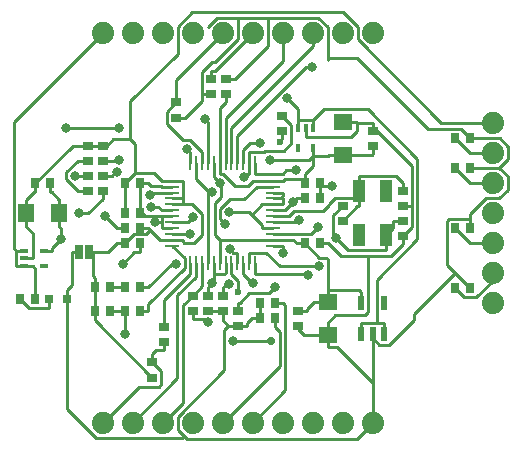
<source format=gbr>
%TF.GenerationSoftware,KiCad,Pcbnew,5.1.8-db9833491~87~ubuntu18.04.1*%
%TF.CreationDate,2020-11-08T14:36:30-03:00*%
%TF.ProjectId,DCI_TP,4443495f-5450-42e6-9b69-6361645f7063,1.0*%
%TF.SameCoordinates,Original*%
%TF.FileFunction,Copper,L1,Top*%
%TF.FilePolarity,Positive*%
%FSLAX46Y46*%
G04 Gerber Fmt 4.6, Leading zero omitted, Abs format (unit mm)*
G04 Created by KiCad (PCBNEW 5.1.8-db9833491~87~ubuntu18.04.1) date 2020-11-08 14:36:30*
%MOMM*%
%LPD*%
G01*
G04 APERTURE LIST*
%TA.AperFunction,SMDPad,CuDef*%
%ADD10R,1.100000X1.900000*%
%TD*%
%TA.AperFunction,SMDPad,CuDef*%
%ADD11R,0.400000X0.750000*%
%TD*%
%TA.AperFunction,SMDPad,CuDef*%
%ADD12R,0.750000X0.400000*%
%TD*%
%TA.AperFunction,SMDPad,CuDef*%
%ADD13R,1.143000X0.254000*%
%TD*%
%TA.AperFunction,SMDPad,CuDef*%
%ADD14R,0.254000X1.143000*%
%TD*%
%TA.AperFunction,SMDPad,CuDef*%
%ADD15R,0.550000X1.200000*%
%TD*%
%TA.AperFunction,SMDPad,CuDef*%
%ADD16R,0.700000X0.900000*%
%TD*%
%TA.AperFunction,SMDPad,CuDef*%
%ADD17R,0.900000X0.700000*%
%TD*%
%TA.AperFunction,SMDPad,CuDef*%
%ADD18R,0.800000X0.800000*%
%TD*%
%TA.AperFunction,SMDPad,CuDef*%
%ADD19R,0.635000X1.270000*%
%TD*%
%TA.AperFunction,ComponentPad*%
%ADD20C,1.879600*%
%TD*%
%TA.AperFunction,SMDPad,CuDef*%
%ADD21R,1.600000X1.400000*%
%TD*%
%TA.AperFunction,SMDPad,CuDef*%
%ADD22R,1.400000X1.600000*%
%TD*%
%TA.AperFunction,ViaPad*%
%ADD23C,0.800000*%
%TD*%
%TA.AperFunction,ViaPad*%
%ADD24C,0.600000*%
%TD*%
%TA.AperFunction,ViaPad*%
%ADD25C,0.700000*%
%TD*%
%TA.AperFunction,Conductor*%
%ADD26C,0.250000*%
%TD*%
G04 APERTURE END LIST*
D10*
%TO.P,Q1,2*%
%TO.N,N/C*%
X159811000Y-101884000D03*
%TO.P,Q1,4*%
X157511000Y-105584000D03*
%TO.P,Q1,3*%
%TO.N,Net-(C3-Pad1)*%
X157511000Y-101884000D03*
%TO.P,Q1,1*%
%TO.N,Net-(C8-Pad1)*%
X159811000Y-105584000D03*
%TD*%
D11*
%TO.P,U$12,5*%
%TO.N,/CVDD*%
X153650000Y-98208600D03*
%TO.P,U$12,4*%
%TO.N,Net-(U$12-Pad4)*%
X152350000Y-98208600D03*
%TO.P,U$12,3*%
%TO.N,/VCC*%
X152350000Y-96558600D03*
%TO.P,U$12,2*%
%TO.N,GND*%
X153000000Y-96558600D03*
%TO.P,U$12,1*%
%TO.N,/VCC*%
X153650000Y-96558600D03*
%TD*%
D12*
%TO.P,U$2,5*%
%TO.N,/AVDD*%
X130825000Y-106894000D03*
%TO.P,U$2,4*%
%TO.N,Net-(U$2-Pad4)*%
X130825000Y-108194000D03*
%TO.P,U$2,3*%
%TO.N,/VCC*%
X129175000Y-108194000D03*
%TO.P,U$2,2*%
%TO.N,/AGND*%
X129175000Y-107544000D03*
%TO.P,U$2,1*%
%TO.N,/VCC*%
X129175000Y-106894000D03*
%TD*%
D13*
%TO.P,U2,48*%
%TO.N,Net-(R13-Pad1)*%
X141711000Y-106484000D03*
%TO.P,U2,47*%
%TO.N,/AGND*%
X141711000Y-105984000D03*
%TO.P,U2,46*%
%TO.N,/LEFT*%
X141711000Y-105484000D03*
%TO.P,U2,45*%
%TO.N,/AVDD*%
X141711000Y-104984000D03*
%TO.P,U2,44*%
%TO.N,Net-(C9-Pad1)*%
X141711000Y-104484000D03*
%TO.P,U2,43*%
%TO.N,/AVDD*%
X141711000Y-103984000D03*
%TO.P,U2,42*%
%TO.N,/GBUF*%
X141711000Y-103484000D03*
%TO.P,U2,41*%
%TO.N,/AGND*%
X141711000Y-102984000D03*
%TO.P,U2,40*%
X141711000Y-102484000D03*
%TO.P,U2,39*%
%TO.N,/RIGHT*%
X141711000Y-101984000D03*
%TO.P,U2,38*%
%TO.N,/AVDD*%
X141711000Y-101484000D03*
%TO.P,U2,37*%
%TO.N,/AGND*%
X141711000Y-100984000D03*
D14*
%TO.P,U2,36*%
%TO.N,/GPIO4*%
X143211000Y-99484000D03*
%TO.P,U2,35*%
%TO.N,/PWR_FLAG*%
X143711000Y-99484000D03*
%TO.P,U2,34*%
%TO.N,/GPIO1*%
X144211000Y-99484000D03*
%TO.P,U2,33*%
%TO.N,/GPIO0*%
X144711000Y-99484000D03*
%TO.P,U2,32*%
%TO.N,/IOVDD*%
X145211000Y-99484000D03*
%TO.P,U2,31*%
%TO.N,/CVDD*%
X145711000Y-99484000D03*
%TO.P,U2,30*%
%TO.N,/SO*%
X146211000Y-99484000D03*
%TO.P,U2,29*%
%TO.N,/SI*%
X146711000Y-99484000D03*
%TO.P,U2,28*%
%TO.N,/SCLK*%
X147211000Y-99484000D03*
%TO.P,U2,27*%
%TO.N,/TX*%
X147711000Y-99484000D03*
%TO.P,U2,26*%
%TO.N,/RX*%
X148211000Y-99484000D03*
%TO.P,U2,25*%
%TO.N,/GPIO5*%
X148711000Y-99484000D03*
D13*
%TO.P,U2,24*%
%TO.N,/CVDD*%
X150211000Y-100984000D03*
%TO.P,U2,23*%
%TO.N,/CS*%
X150211000Y-101484000D03*
%TO.P,U2,22*%
%TO.N,/PWR_FLAG*%
X150211000Y-101984000D03*
%TO.P,U2,21*%
X150211000Y-102484000D03*
%TO.P,U2,20*%
X150211000Y-102984000D03*
%TO.P,U2,19*%
%TO.N,/IOVDD*%
X150211000Y-103484000D03*
%TO.P,U2,18*%
%TO.N,Net-(C3-Pad1)*%
X150211000Y-103984000D03*
%TO.P,U2,17*%
%TO.N,Net-(C8-Pad1)*%
X150211000Y-104484000D03*
%TO.P,U2,16*%
%TO.N,/PWR_FLAG*%
X150211000Y-104984000D03*
%TO.P,U2,15*%
%TO.N,/VCO*%
X150211000Y-105484000D03*
%TO.P,U2,14*%
%TO.N,/IOVDD*%
X150211000Y-105984000D03*
%TO.P,U2,13*%
%TO.N,/BSYNC*%
X150211000Y-106484000D03*
D14*
%TO.P,U2,12*%
%TO.N,/GPIO7*%
X148711000Y-107984000D03*
%TO.P,U2,11*%
%TO.N,/GPIO6*%
X148211000Y-107984000D03*
%TO.P,U2,10*%
%TO.N,/GPIO3*%
X147711000Y-107984000D03*
%TO.P,U2,9*%
%TO.N,/GPIO2*%
X147211000Y-107984000D03*
%TO.P,U2,8*%
%TO.N,/DREQ*%
X146711000Y-107984000D03*
%TO.P,U2,7*%
%TO.N,/CVDD*%
X146211000Y-107984000D03*
%TO.P,U2,6*%
%TO.N,/IOVDD*%
X145711000Y-107984000D03*
%TO.P,U2,5*%
%TO.N,/CVDD*%
X145211000Y-107984000D03*
%TO.P,U2,4*%
%TO.N,/PWR_FLAG*%
X144711000Y-107984000D03*
%TO.P,U2,3*%
%TO.N,/RESET*%
X144211000Y-107984000D03*
%TO.P,U2,2*%
%TO.N,/MICN*%
X143711000Y-107984000D03*
%TO.P,U2,1*%
%TO.N,Net-(R12-Pad1)*%
X143211000Y-107984000D03*
%TD*%
D15*
%TO.P,U1,5*%
%TO.N,/IOVDD*%
X157711000Y-111323900D03*
%TO.P,U1,4*%
%TO.N,Net-(U1-Pad4)*%
X159611000Y-111323900D03*
%TO.P,U1,3*%
%TO.N,/VCC*%
X159611000Y-113924100D03*
%TO.P,U1,2*%
%TO.N,GND*%
X158661000Y-113924100D03*
%TO.P,U1,1*%
%TO.N,/VCC*%
X157711000Y-113924100D03*
%TD*%
D16*
%TO.P,R17,2*%
%TO.N,GND*%
X166931000Y-110084000D03*
%TO.P,R17,1*%
%TO.N,/GPIO6*%
X165631000Y-110084000D03*
%TD*%
%TO.P,R16,2*%
%TO.N,GND*%
X166931000Y-105004000D03*
%TO.P,R16,1*%
%TO.N,/GPIO7*%
X165631000Y-105004000D03*
%TD*%
%TO.P,R15,2*%
%TO.N,GND*%
X166931000Y-99923600D03*
%TO.P,R15,1*%
%TO.N,/GPIO5*%
X165631000Y-99923600D03*
%TD*%
%TO.P,R14,2*%
%TO.N,GND*%
X166931000Y-97383600D03*
%TO.P,R14,1*%
%TO.N,/GPIO4*%
X165631000Y-97383600D03*
%TD*%
%TO.P,R13,1*%
%TO.N,Net-(R13-Pad1)*%
X138991000Y-112000000D03*
%TO.P,R13,2*%
%TO.N,/LINEIN*%
X137691000Y-112000000D03*
%TD*%
D17*
%TO.P,R12,1*%
%TO.N,Net-(R12-Pad1)*%
X141000000Y-113350000D03*
%TO.P,R12,2*%
%TO.N,/MICP*%
X141000000Y-114650000D03*
%TD*%
D16*
%TO.P,R11,2*%
%TO.N,GND*%
X149121000Y-112624000D03*
%TO.P,R11,1*%
%TO.N,/GPIO2*%
X150421000Y-112624000D03*
%TD*%
%TO.P,R10,2*%
%TO.N,GND*%
X149121000Y-111354000D03*
%TO.P,R10,1*%
%TO.N,/GPIO3*%
X150421000Y-111354000D03*
%TD*%
%TO.P,R9,2*%
%TO.N,Net-(C12-Pad1)*%
X137691000Y-110000000D03*
%TO.P,R9,1*%
%TO.N,/LEFT*%
X138991000Y-110000000D03*
%TD*%
%TO.P,R8,2*%
%TO.N,Net-(LED1-PadA)*%
X128801000Y-111000000D03*
%TO.P,R8,1*%
%TO.N,/VCC*%
X130101000Y-111000000D03*
%TD*%
D17*
%TO.P,R7,2*%
%TO.N,Net-(C11-Pad1)*%
X134531000Y-101844000D03*
%TO.P,R7,1*%
%TO.N,/GBUF*%
X134531000Y-100544000D03*
%TD*%
%TO.P,R6,2*%
%TO.N,Net-(C10-Pad1)*%
X135801000Y-101844000D03*
%TO.P,R6,1*%
%TO.N,/RIGHT*%
X135801000Y-100544000D03*
%TD*%
%TO.P,R5,2*%
%TO.N,/RESET*%
X143421000Y-110704000D03*
%TO.P,R5,1*%
%TO.N,/IOVDD*%
X143421000Y-112004000D03*
%TD*%
%TO.P,R4,2*%
%TO.N,GND*%
X144961000Y-93650000D03*
%TO.P,R4,1*%
%TO.N,/GPIO0*%
X144961000Y-92350000D03*
%TD*%
%TO.P,R3,2*%
%TO.N,GND*%
X142000000Y-95650000D03*
%TO.P,R3,1*%
%TO.N,/GPIO1*%
X142000000Y-94350000D03*
%TD*%
%TO.P,R2,2*%
%TO.N,/RX*%
X151000000Y-95463600D03*
%TO.P,R2,1*%
%TO.N,/IOVDD*%
X151000000Y-96763600D03*
%TD*%
%TO.P,R1,2*%
%TO.N,Net-(C8-Pad1)*%
X156121000Y-103084000D03*
%TO.P,R1,1*%
%TO.N,Net-(C3-Pad1)*%
X156121000Y-104384000D03*
%TD*%
D18*
%TO.P,LED1,A*%
%TO.N,Net-(LED1-PadA)*%
X131250000Y-111000000D03*
%TO.P,LED1,C*%
%TO.N,GND*%
X132750000Y-111000000D03*
%TD*%
D19*
%TO.P,JP4,2*%
%TO.N,/AGND*%
X134661900Y-107000000D03*
%TO.P,JP4,1*%
%TO.N,GND*%
X133838100Y-107000000D03*
%TD*%
D20*
%TO.P,JP3,7*%
%TO.N,/AGND*%
X168821000Y-96114000D03*
%TO.P,JP3,6*%
%TO.N,/GPIO4*%
X168821000Y-98654000D03*
%TO.P,JP3,5*%
%TO.N,/GPIO5*%
X168821000Y-101194000D03*
%TO.P,JP3,4*%
%TO.N,/VCO*%
X168821000Y-103734000D03*
%TO.P,JP3,3*%
%TO.N,/GPIO7*%
X168821000Y-106274000D03*
%TO.P,JP3,2*%
%TO.N,/GPIO6*%
X168821000Y-108814000D03*
%TO.P,JP3,1*%
%TO.N,/LINEIN*%
X168821000Y-111354000D03*
%TD*%
%TO.P,JP2,10*%
%TO.N,/CS*%
X158661000Y-88493600D03*
%TO.P,JP2,9*%
%TO.N,/SCLK*%
X156121000Y-88493600D03*
%TO.P,JP2,8*%
%TO.N,/SI*%
X153581000Y-88493600D03*
%TO.P,JP2,7*%
%TO.N,/SO*%
X151041000Y-88493600D03*
%TO.P,JP2,6*%
%TO.N,/GPIO0*%
X148501000Y-88493600D03*
%TO.P,JP2,5*%
%TO.N,/GPIO1*%
X145961000Y-88493600D03*
%TO.P,JP2,4*%
%TO.N,/LEFT*%
X143421000Y-88493600D03*
%TO.P,JP2,3*%
%TO.N,/GBUF*%
X140881000Y-88493600D03*
%TO.P,JP2,2*%
%TO.N,/RIGHT*%
X138341000Y-88493600D03*
%TO.P,JP2,1*%
%TO.N,/VCC*%
X135801000Y-88493600D03*
%TD*%
%TO.P,JP1,10*%
%TO.N,/MICP*%
X135801000Y-121514000D03*
%TO.P,JP1,9*%
%TO.N,/MICN*%
X138341000Y-121514000D03*
%TO.P,JP1,8*%
%TO.N,/RESET*%
X140881000Y-121514000D03*
%TO.P,JP1,7*%
%TO.N,/DREQ*%
X143421000Y-121514000D03*
%TO.P,JP1,6*%
%TO.N,/GPIO2*%
X145961000Y-121514000D03*
%TO.P,JP1,5*%
%TO.N,/GPIO3*%
X148501000Y-121514000D03*
%TO.P,JP1,4*%
%TO.N,/BSYNC*%
X151041000Y-121514000D03*
%TO.P,JP1,3*%
%TO.N,/TX*%
X153581000Y-121514000D03*
%TO.P,JP1,2*%
%TO.N,/RX*%
X156121000Y-121514000D03*
%TO.P,JP1,1*%
%TO.N,GND*%
X158661000Y-121514000D03*
%TD*%
D17*
%TO.P,C24,1*%
%TO.N,/MICP*%
X140000000Y-116350000D03*
%TO.P,C24,2*%
%TO.N,/AGND*%
X140000000Y-117650000D03*
%TD*%
D16*
%TO.P,C23,1*%
%TO.N,/LINEIN*%
X136451000Y-112000000D03*
%TO.P,C23,2*%
%TO.N,/AGND*%
X135151000Y-112000000D03*
%TD*%
%TO.P,C22,2*%
%TO.N,GND*%
X154231000Y-102464000D03*
%TO.P,C22,1*%
%TO.N,/IOVDD*%
X152931000Y-102464000D03*
%TD*%
%TO.P,C21,2*%
%TO.N,GND*%
X154231000Y-106274000D03*
%TO.P,C21,1*%
%TO.N,/IOVDD*%
X152931000Y-106274000D03*
%TD*%
D17*
%TO.P,C20,2*%
%TO.N,GND*%
X145961000Y-112004000D03*
%TO.P,C20,1*%
%TO.N,/IOVDD*%
X145961000Y-110704000D03*
%TD*%
D16*
%TO.P,C19,2*%
%TO.N,/AGND*%
X137691000Y-106274000D03*
%TO.P,C19,1*%
%TO.N,/AVDD*%
X138991000Y-106274000D03*
%TD*%
%TO.P,C18,2*%
%TO.N,/AGND*%
X137691000Y-103734000D03*
%TO.P,C18,1*%
%TO.N,/AVDD*%
X138991000Y-103734000D03*
%TD*%
%TO.P,C17,2*%
%TO.N,/AGND*%
X137691000Y-101194000D03*
%TO.P,C17,1*%
%TO.N,/AVDD*%
X138991000Y-101194000D03*
%TD*%
D17*
%TO.P,C16,2*%
%TO.N,GND*%
X146231000Y-92350000D03*
%TO.P,C16,1*%
%TO.N,/CVDD*%
X146231000Y-93650000D03*
%TD*%
D16*
%TO.P,C15,2*%
%TO.N,GND*%
X154231000Y-101194000D03*
%TO.P,C15,1*%
%TO.N,/CVDD*%
X152931000Y-101194000D03*
%TD*%
D17*
%TO.P,C14,2*%
%TO.N,GND*%
X147231000Y-113274000D03*
%TO.P,C14,1*%
%TO.N,/CVDD*%
X147231000Y-111974000D03*
%TD*%
%TO.P,C13,2*%
%TO.N,GND*%
X144691000Y-112004000D03*
%TO.P,C13,1*%
%TO.N,/CVDD*%
X144691000Y-110704000D03*
%TD*%
D16*
%TO.P,C12,1*%
%TO.N,Net-(C12-Pad1)*%
X136451000Y-110000000D03*
%TO.P,C12,2*%
%TO.N,/AGND*%
X135151000Y-110000000D03*
%TD*%
D17*
%TO.P,C11,2*%
%TO.N,/AGND*%
X134531000Y-98003600D03*
%TO.P,C11,1*%
%TO.N,Net-(C11-Pad1)*%
X134531000Y-99303600D03*
%TD*%
%TO.P,C10,2*%
%TO.N,/AGND*%
X135801000Y-98003600D03*
%TO.P,C10,1*%
%TO.N,Net-(C10-Pad1)*%
X135801000Y-99303600D03*
%TD*%
D16*
%TO.P,C9,2*%
%TO.N,/AGND*%
X138991000Y-105004000D03*
%TO.P,C9,1*%
%TO.N,Net-(C9-Pad1)*%
X137691000Y-105004000D03*
%TD*%
D17*
%TO.P,C8,2*%
%TO.N,GND*%
X161201000Y-105654000D03*
%TO.P,C8,1*%
%TO.N,Net-(C8-Pad1)*%
X161201000Y-104354000D03*
%TD*%
%TO.P,C7,2*%
%TO.N,GND*%
X158661000Y-96733600D03*
%TO.P,C7,1*%
%TO.N,/CVDD*%
X158661000Y-98033600D03*
%TD*%
D21*
%TO.P,C6,A*%
%TO.N,/IOVDD*%
X154851000Y-111224000D03*
%TO.P,C6,C*%
%TO.N,GND*%
X154851000Y-114024000D03*
%TD*%
D17*
%TO.P,C5,2*%
%TO.N,GND*%
X152311000Y-113274000D03*
%TO.P,C5,1*%
%TO.N,/IOVDD*%
X152311000Y-111974000D03*
%TD*%
D21*
%TO.P,C4,A*%
%TO.N,/CVDD*%
X156121000Y-98783600D03*
%TO.P,C4,C*%
%TO.N,GND*%
X156121000Y-95983600D03*
%TD*%
D17*
%TO.P,C3,2*%
%TO.N,GND*%
X161201000Y-103114000D03*
%TO.P,C3,1*%
%TO.N,Net-(C3-Pad1)*%
X161201000Y-101814000D03*
%TD*%
D16*
%TO.P,C2,2*%
%TO.N,/AGND*%
X130071000Y-101194000D03*
%TO.P,C2,1*%
%TO.N,/AVDD*%
X131371000Y-101194000D03*
%TD*%
D22*
%TO.P,C1,A*%
%TO.N,/AVDD*%
X132121000Y-103734000D03*
%TO.P,C1,C*%
%TO.N,/AGND*%
X129321000Y-103734000D03*
%TD*%
D23*
%TO.N,/AVDD*%
X140240000Y-104507000D03*
X137500000Y-108000000D03*
X132246000Y-105939000D03*
%TO.N,/IOVDD*%
X151946000Y-102789000D03*
X146491000Y-109733000D03*
X144687000Y-112966000D03*
X145742000Y-101173000D03*
D24*
X150842000Y-97715200D03*
D23*
%TO.N,GND*%
X155213000Y-101403000D03*
%TO.N,/CVDD*%
X145052000Y-109668000D03*
X146843000Y-114562000D03*
D25*
X150096000Y-114562000D03*
D23*
X150406000Y-109955000D03*
X149987000Y-99239100D03*
%TO.N,/LINEIN*%
X137691000Y-114000000D03*
%TO.N,/RX*%
X147814000Y-100691000D03*
%TO.N,/TX*%
X149165000Y-97824700D03*
%TO.N,/BSYNC*%
X151108000Y-107140000D03*
%TO.N,/GPIO3*%
X148501000Y-109646000D03*
%TO.N,/GPIO2*%
X146558000Y-106790000D03*
D24*
%TO.N,/DREQ*%
X147297000Y-110373000D03*
D23*
%TO.N,/CS*%
X146206000Y-104634000D03*
%TO.N,/SCLK*%
X153493000Y-91335800D03*
%TO.N,/GPIO0*%
X144464000Y-95724400D03*
%TO.N,/LEFT*%
X142000000Y-108000000D03*
X143180000Y-105484000D03*
%TO.N,/GBUF*%
X139942000Y-103177000D03*
X133475000Y-100544000D03*
%TO.N,/RIGHT*%
X136986000Y-100227000D03*
X139859000Y-102166000D03*
%TO.N,/VCC*%
X151459000Y-93981700D03*
%TO.N,/GPIO6*%
X154132000Y-108214000D03*
%TO.N,/GPIO7*%
X153187000Y-108952000D03*
%TO.N,/VCO*%
X154067000Y-104874000D03*
%TO.N,/GPIO5*%
X152203000Y-100079000D03*
%TO.N,/GPIO4*%
X142946000Y-98282400D03*
%TO.N,/PWR_FLAG*%
X146546000Y-103632000D03*
X145092000Y-101937000D03*
%TO.N,Net-(C8-Pad1)*%
X152444000Y-104317000D03*
X155548000Y-105841000D03*
%TO.N,Net-(C9-Pad1)*%
X143420000Y-104090000D03*
X136000000Y-104000000D03*
%TO.N,Net-(C10-Pad1)*%
X133822000Y-103744000D03*
X132738000Y-96525400D03*
X137186000Y-96525400D03*
X137186000Y-99205600D03*
%TD*%
D26*
%TO.N,/AVDD*%
X138991000Y-106274000D02*
X138991000Y-107049300D01*
X137500000Y-108000000D02*
X138450700Y-107049300D01*
X138450700Y-107049300D02*
X138991000Y-107049300D01*
X132121000Y-103734000D02*
X132121000Y-104859300D01*
X132246000Y-105939000D02*
X132246000Y-104984300D01*
X132246000Y-104984300D02*
X132121000Y-104859300D01*
X132121000Y-103734000D02*
X132121000Y-102609000D01*
X132121000Y-102609000D02*
X131482000Y-101969000D01*
X131482000Y-101969000D02*
X131371000Y-101969000D01*
X131371000Y-101969000D02*
X131371000Y-101194000D01*
X130825000Y-106894000D02*
X131525300Y-106894000D01*
X132246000Y-105939000D02*
X131525300Y-106659700D01*
X131525300Y-106659700D02*
X131525300Y-106894000D01*
X138991000Y-103540000D02*
X138991000Y-101194000D01*
X138991000Y-103734000D02*
X138991000Y-103540000D01*
X140814000Y-103984000D02*
X141711000Y-103984000D01*
X138991000Y-103540000D02*
X139435000Y-103984000D01*
X139435000Y-103984000D02*
X140814000Y-103984000D01*
X140814000Y-103984000D02*
X140814000Y-104507000D01*
X140240000Y-104507000D02*
X140814000Y-104507000D01*
X141711000Y-104984000D02*
X140814000Y-104984000D01*
X140814000Y-104984000D02*
X140814000Y-104507000D01*
X138991000Y-101194000D02*
X139666000Y-101194000D01*
X139666000Y-101194000D02*
X139913000Y-101440000D01*
X139913000Y-101440000D02*
X140771000Y-101440000D01*
X140771000Y-101440000D02*
X140814000Y-101484000D01*
X140814000Y-101484000D02*
X141711000Y-101484000D01*
%TO.N,/AGND*%
X137691000Y-106274000D02*
X137015700Y-106274000D01*
X137015700Y-106274000D02*
X136289700Y-107000000D01*
X136289700Y-107000000D02*
X134983300Y-107000000D01*
X139754300Y-105092300D02*
X139754300Y-105220200D01*
X139754300Y-105220200D02*
X139475800Y-105498700D01*
X139475800Y-105498700D02*
X138466300Y-105498700D01*
X138466300Y-105498700D02*
X137691000Y-106274000D01*
X135151000Y-110000000D02*
X135151000Y-109224700D01*
X134983300Y-107000000D02*
X134983300Y-109057000D01*
X134983300Y-109057000D02*
X135151000Y-109224700D01*
X134661900Y-107000000D02*
X134983300Y-107000000D01*
X135151000Y-112000000D02*
X135151000Y-110000000D01*
X135151000Y-112000000D02*
X135151000Y-112801000D01*
X135151000Y-112801000D02*
X140000000Y-117650000D01*
X141711000Y-105984000D02*
X140646000Y-105984000D01*
X140646000Y-105984000D02*
X139754300Y-105092300D01*
X139754300Y-105092300D02*
X139666000Y-105004000D01*
X139666000Y-105004000D02*
X138991000Y-105004000D01*
X129321000Y-103734000D02*
X129321000Y-104859300D01*
X129175000Y-107544000D02*
X129875300Y-107544000D01*
X129875300Y-107544000D02*
X129875300Y-105413600D01*
X129875300Y-105413600D02*
X129321000Y-104859300D01*
X137691000Y-101194000D02*
X137691000Y-103734000D01*
X142608000Y-102984000D02*
X141711000Y-102984000D01*
X142608000Y-102484000D02*
X142608000Y-102984000D01*
X138521000Y-100364000D02*
X137691000Y-101194000D01*
X130071000Y-101194000D02*
X133261000Y-98003600D01*
X133261000Y-98003600D02*
X134531000Y-98003600D01*
X138119000Y-97482700D02*
X138119000Y-94259300D01*
X138119000Y-94259300D02*
X142151000Y-90227300D01*
X142151000Y-90227300D02*
X142151000Y-87963400D01*
X142151000Y-87963400D02*
X143396000Y-86718400D01*
X143396000Y-86718400D02*
X156164000Y-86718400D01*
X156164000Y-86718400D02*
X157391000Y-87945800D01*
X157391000Y-87945800D02*
X157391000Y-89014200D01*
X157391000Y-89014200D02*
X164491000Y-96114000D01*
X164491000Y-96114000D02*
X168821000Y-96114000D01*
X141711000Y-105984000D02*
X142608000Y-105984000D01*
X142608000Y-105984000D02*
X142608000Y-106175000D01*
X142608000Y-106175000D02*
X142666000Y-106233000D01*
X142666000Y-106233000D02*
X143508000Y-106233000D01*
X143508000Y-106233000D02*
X144198000Y-105543000D01*
X144198000Y-105543000D02*
X144198000Y-103828000D01*
X144198000Y-103828000D02*
X143354000Y-102984000D01*
X143354000Y-102984000D02*
X142608000Y-102984000D01*
X141711000Y-100984000D02*
X140814000Y-100984000D01*
X140814000Y-100984000D02*
X140194000Y-100364000D01*
X140194000Y-100364000D02*
X138521000Y-100364000D01*
X141711000Y-100984000D02*
X142608000Y-100984000D01*
X142608000Y-100984000D02*
X142608000Y-102484000D01*
X141711000Y-102484000D02*
X142608000Y-102484000D01*
X134531000Y-98003600D02*
X135801000Y-98003600D01*
X129321000Y-103734000D02*
X129321000Y-102609000D01*
X129321000Y-102609000D02*
X129960000Y-101969000D01*
X129960000Y-101969000D02*
X130071000Y-101969000D01*
X130071000Y-101969000D02*
X130071000Y-101194000D01*
X135801000Y-98003600D02*
X136189000Y-98003600D01*
X136189000Y-98003600D02*
X136710000Y-97482700D01*
X136710000Y-97482700D02*
X138119000Y-97482700D01*
X138119000Y-97482700D02*
X138521000Y-97885400D01*
X138521000Y-97885400D02*
X138521000Y-100364000D01*
%TO.N,/IOVDD*%
X157711000Y-111323900D02*
X157711000Y-110399000D01*
X157711000Y-110399000D02*
X157511000Y-110199000D01*
X157511000Y-110199000D02*
X154851000Y-110199000D01*
X157711000Y-111324000D02*
X157711000Y-111323900D01*
X145711000Y-105984000D02*
X145711000Y-107984000D01*
X150211000Y-105984000D02*
X145711000Y-105984000D01*
X151946000Y-102789000D02*
X151251000Y-103484000D01*
X151251000Y-103484000D02*
X150211000Y-103484000D01*
X145742000Y-101173000D02*
X145817000Y-101248000D01*
X145817000Y-101248000D02*
X145817000Y-102389000D01*
X145817000Y-102389000D02*
X145327000Y-102880000D01*
X145327000Y-102880000D02*
X145327000Y-105600000D01*
X145327000Y-105600000D02*
X145711000Y-105984000D01*
X145961000Y-110704000D02*
X145961000Y-110029000D01*
X145961000Y-110029000D02*
X146257000Y-109733000D01*
X146257000Y-109733000D02*
X146491000Y-109733000D01*
X143421000Y-112004000D02*
X143421000Y-112679000D01*
X143421000Y-112679000D02*
X144400000Y-112679000D01*
X144400000Y-112679000D02*
X144687000Y-112966000D01*
X152311000Y-111974000D02*
X153086000Y-111974000D01*
X153086000Y-111974000D02*
X153086000Y-111864000D01*
X153086000Y-111864000D02*
X153726000Y-111224000D01*
X153726000Y-111224000D02*
X154851000Y-111224000D01*
X154851000Y-111224000D02*
X154851000Y-110199000D01*
X152931000Y-106274000D02*
X152256000Y-106274000D01*
X152256000Y-106274000D02*
X151966000Y-105984000D01*
X151966000Y-105984000D02*
X150211000Y-105984000D01*
X152931000Y-102464000D02*
X152256000Y-102464000D01*
X152256000Y-102464000D02*
X152256000Y-102479000D01*
X152256000Y-102479000D02*
X151946000Y-102789000D01*
X145211000Y-99484000D02*
X145211000Y-100642000D01*
X145211000Y-100642000D02*
X145742000Y-101173000D01*
X154857000Y-107607000D02*
X154857000Y-110193000D01*
X154857000Y-110193000D02*
X154851000Y-110199000D01*
X154739000Y-107489000D02*
X154857000Y-107607000D01*
X152931000Y-106274000D02*
X154146000Y-107489000D01*
X154146000Y-107489000D02*
X154739000Y-107489000D01*
X150842000Y-97715200D02*
X150842000Y-97597000D01*
X150842000Y-97597000D02*
X151000000Y-97438900D01*
X151000000Y-97438900D02*
X151000000Y-96763600D01*
%TO.N,GND*%
X142718200Y-122623200D02*
X142552800Y-122788600D01*
X142552800Y-122788600D02*
X135244400Y-122788600D01*
X135244400Y-122788600D02*
X132750000Y-120294200D01*
X132750000Y-120294200D02*
X132750000Y-111000000D01*
X142718200Y-122623200D02*
X142926000Y-122831000D01*
X142926000Y-122831000D02*
X157344000Y-122831000D01*
X157344000Y-122831000D02*
X158661000Y-121514000D01*
X146456000Y-113274000D02*
X146118000Y-113612000D01*
X146118000Y-113612000D02*
X146118000Y-117028000D01*
X146118000Y-117028000D02*
X142151000Y-120995000D01*
X142151000Y-120995000D02*
X142151000Y-122056000D01*
X142151000Y-122056000D02*
X142718200Y-122623200D01*
X132750000Y-111000000D02*
X132750000Y-110274700D01*
X133838100Y-107000000D02*
X133195300Y-107000000D01*
X133195300Y-107000000D02*
X133195300Y-109829400D01*
X133195300Y-109829400D02*
X132750000Y-110274700D01*
X158661000Y-113924100D02*
X158661000Y-113924000D01*
X158661000Y-114049000D02*
X158661000Y-113924100D01*
X165627000Y-108780000D02*
X162180000Y-112226000D01*
X162180000Y-112226000D02*
X162180000Y-112734000D01*
X162180000Y-112734000D02*
X160064000Y-114850000D01*
X160064000Y-114850000D02*
X159201000Y-114850000D01*
X159201000Y-114850000D02*
X158661000Y-114309000D01*
X158661000Y-114309000D02*
X158661000Y-114049000D01*
X166931000Y-104228000D02*
X165137000Y-104228000D01*
X165137000Y-104228000D02*
X164956000Y-104410000D01*
X164956000Y-104410000D02*
X164956000Y-108108000D01*
X164956000Y-108108000D02*
X165068000Y-108221000D01*
X165068000Y-108221000D02*
X165627000Y-108780000D01*
X145961000Y-112004000D02*
X145961000Y-112779000D01*
X145961000Y-112779000D02*
X146456000Y-113274000D01*
X144691000Y-112004000D02*
X145961000Y-112004000D01*
X161201000Y-105654000D02*
X161201000Y-106329000D01*
X161201000Y-106329000D02*
X160192000Y-107338000D01*
X160192000Y-107338000D02*
X158311000Y-107338000D01*
X161976000Y-103114000D02*
X161976000Y-104879000D01*
X161976000Y-104879000D02*
X161201000Y-105654000D01*
X158661000Y-96395900D02*
X161976000Y-99711200D01*
X161976000Y-99711200D02*
X161976000Y-103114000D01*
X158661000Y-96733600D02*
X158661000Y-96395900D01*
X166931000Y-104228000D02*
X166931000Y-105004000D01*
X169400000Y-99923600D02*
X170098000Y-100622000D01*
X170098000Y-100622000D02*
X170098000Y-101748000D01*
X170098000Y-101748000D02*
X169381000Y-102464000D01*
X169381000Y-102464000D02*
X168279000Y-102464000D01*
X168279000Y-102464000D02*
X166931000Y-103812000D01*
X166931000Y-103812000D02*
X166931000Y-104228000D01*
X166931000Y-99923600D02*
X169400000Y-99923600D01*
X158661000Y-118069000D02*
X155641000Y-115049000D01*
X155641000Y-115049000D02*
X154851000Y-115049000D01*
X154851000Y-115049000D02*
X154851000Y-114024000D01*
X158661000Y-121514000D02*
X158661000Y-118069000D01*
X154231000Y-101403000D02*
X154231000Y-102464000D01*
X154231000Y-101194000D02*
X154231000Y-101403000D01*
X155213000Y-101403000D02*
X154231000Y-101403000D01*
X154231000Y-106274000D02*
X154906000Y-106274000D01*
X154906000Y-106274000D02*
X155971000Y-107338000D01*
X155971000Y-107338000D02*
X158311000Y-107338000D01*
X147231000Y-113274000D02*
X148006000Y-113274000D01*
X148006000Y-113274000D02*
X148006000Y-113063000D01*
X148006000Y-113063000D02*
X148446000Y-112624000D01*
X148446000Y-112624000D02*
X149121000Y-112624000D01*
X147231000Y-113274000D02*
X146456000Y-113274000D01*
X154851000Y-114024000D02*
X154851000Y-112999000D01*
X154851000Y-112999000D02*
X155470000Y-112380000D01*
X155470000Y-112380000D02*
X158011000Y-112380000D01*
X158011000Y-112380000D02*
X158311000Y-112080000D01*
X158311000Y-112080000D02*
X158311000Y-107338000D01*
X158661000Y-118069000D02*
X158661000Y-114049000D01*
X154851000Y-114024000D02*
X152817000Y-114024000D01*
X152817000Y-114024000D02*
X152311000Y-113518000D01*
X152311000Y-113518000D02*
X152311000Y-113274000D01*
X149121000Y-111354000D02*
X149121000Y-112624000D01*
X161201000Y-103114000D02*
X161976000Y-103114000D01*
X156121000Y-95983600D02*
X157279000Y-95983600D01*
X157279000Y-95983600D02*
X157354000Y-96058300D01*
X157354000Y-96058300D02*
X158661000Y-96058300D01*
X158661000Y-96058300D02*
X158661000Y-96395900D01*
X165627000Y-108780000D02*
X166931000Y-110084000D01*
X169400000Y-99923600D02*
X170149000Y-99174200D01*
X170149000Y-99174200D02*
X170149000Y-98118800D01*
X170149000Y-98118800D02*
X169414000Y-97383600D01*
X169414000Y-97383600D02*
X166931000Y-97383600D01*
X144186000Y-93650000D02*
X144186000Y-94239600D01*
X144186000Y-94239600D02*
X142775000Y-95650000D01*
X142775000Y-95650000D02*
X142000000Y-95650000D01*
X144961000Y-93650000D02*
X144186000Y-93650000D01*
X149771000Y-87188000D02*
X149771000Y-89585300D01*
X149771000Y-89585300D02*
X147006000Y-92350000D01*
X147006000Y-92350000D02*
X146231000Y-92350000D01*
X144691000Y-87965900D02*
X145469000Y-87188000D01*
X145469000Y-87188000D02*
X147231000Y-87188000D01*
X147231000Y-87188000D02*
X149771000Y-87188000D01*
X147231000Y-87188000D02*
X147231000Y-89016900D01*
X147231000Y-89016900D02*
X145342000Y-90905900D01*
X145342000Y-90905900D02*
X145053000Y-90905900D01*
X145053000Y-90905900D02*
X144186000Y-91773100D01*
X144186000Y-91773100D02*
X144186000Y-93650000D01*
X149771000Y-87188000D02*
X154067000Y-87188000D01*
X154067000Y-87188000D02*
X154851000Y-87971700D01*
X154851000Y-87971700D02*
X154851000Y-90584100D01*
X154851000Y-90584100D02*
X154851000Y-90734200D01*
X154851000Y-90584100D02*
X157354000Y-90584100D01*
X157354000Y-90584100D02*
X163335000Y-96564400D01*
X163335000Y-96564400D02*
X166112000Y-96564400D01*
X166112000Y-96564400D02*
X166931000Y-97383600D01*
X157354000Y-96058300D02*
X157354000Y-96780800D01*
X157354000Y-96780800D02*
X156876000Y-97258900D01*
X156876000Y-97258900D02*
X153000000Y-97258900D01*
X153000000Y-97258900D02*
X153000000Y-96558600D01*
%TO.N,/CVDD*%
X152931000Y-100806000D02*
X151286000Y-100806000D01*
X151286000Y-100806000D02*
X151108000Y-100984000D01*
X151108000Y-100984000D02*
X150211000Y-100984000D01*
X152931000Y-101194000D02*
X152931000Y-100806000D01*
X150096000Y-114562000D02*
X146843000Y-114562000D01*
X145052000Y-109668000D02*
X145211000Y-109509000D01*
X145211000Y-109509000D02*
X145211000Y-108881000D01*
X146211000Y-107984000D02*
X146211000Y-108768000D01*
X146211000Y-108768000D02*
X146098000Y-108881000D01*
X146098000Y-108881000D02*
X145211000Y-108881000D01*
X147231000Y-111974000D02*
X147231000Y-111299000D01*
X147231000Y-111299000D02*
X147396000Y-111299000D01*
X147396000Y-111299000D02*
X148234000Y-110461000D01*
X148234000Y-110461000D02*
X149900000Y-110461000D01*
X149900000Y-110461000D02*
X150406000Y-109955000D01*
X145211000Y-108881000D02*
X145211000Y-107984000D01*
X144691000Y-110704000D02*
X144691000Y-110029000D01*
X144691000Y-110029000D02*
X145052000Y-109668000D01*
X158661000Y-98033600D02*
X158661000Y-98708900D01*
X158661000Y-98708900D02*
X158586000Y-98783600D01*
X158586000Y-98783600D02*
X156121000Y-98783600D01*
X156121000Y-98783600D02*
X154996000Y-98783600D01*
X154996000Y-98783600D02*
X154870000Y-98908900D01*
X154870000Y-98908900D02*
X153650000Y-98908900D01*
X153650000Y-98908900D02*
X153650000Y-99700000D01*
X153650000Y-99700000D02*
X152931000Y-100419000D01*
X152931000Y-100419000D02*
X152931000Y-100806000D01*
X149987000Y-99239100D02*
X153320000Y-99239100D01*
X153320000Y-99239100D02*
X153650000Y-98908900D01*
X153650000Y-98208600D02*
X153650000Y-98908900D01*
X145711000Y-99484000D02*
X145711000Y-100381000D01*
X145711000Y-100381000D02*
X145976000Y-100381000D01*
X145976000Y-100381000D02*
X147011000Y-101416000D01*
X147011000Y-101416000D02*
X148115000Y-101416000D01*
X148115000Y-101416000D02*
X148547000Y-100984000D01*
X148547000Y-100984000D02*
X150211000Y-100984000D01*
X145711000Y-99484000D02*
X145711000Y-94845300D01*
X145711000Y-94845300D02*
X146231000Y-94325300D01*
X146231000Y-94325300D02*
X146231000Y-93650000D01*
%TO.N,/LINEIN*%
X137691000Y-112000000D02*
X137126300Y-112000000D01*
X137691000Y-114000000D02*
X137691000Y-112000000D01*
X136451000Y-112000000D02*
X137126300Y-112000000D01*
%TO.N,/MICP*%
X141000000Y-114650000D02*
X141000000Y-115325300D01*
X140000000Y-116350000D02*
X140000000Y-115674700D01*
X140000000Y-115674700D02*
X140349400Y-115325300D01*
X140349400Y-115325300D02*
X141000000Y-115325300D01*
X135801000Y-121514000D02*
X138872300Y-118442700D01*
X138872300Y-118442700D02*
X140542400Y-118442700D01*
X140542400Y-118442700D02*
X140775400Y-118209700D01*
X140775400Y-118209700D02*
X140775400Y-117125400D01*
X140775400Y-117125400D02*
X140000000Y-116350000D01*
%TO.N,/RX*%
X147814000Y-100691000D02*
X148124000Y-100381000D01*
X148124000Y-100381000D02*
X148211000Y-100381000D01*
X148211000Y-100381000D02*
X148211000Y-99484000D01*
X148211000Y-99484000D02*
X148211000Y-98587200D01*
X148211000Y-98587200D02*
X149447000Y-98587200D01*
X149447000Y-98587200D02*
X149593000Y-98440500D01*
X149593000Y-98440500D02*
X151142000Y-98440500D01*
X151142000Y-98440500D02*
X151775000Y-97807500D01*
X151775000Y-97807500D02*
X151775000Y-96239000D01*
X151775000Y-96239000D02*
X151000000Y-95463600D01*
%TO.N,/TX*%
X147711000Y-99484000D02*
X147711000Y-98396300D01*
X147711000Y-98396300D02*
X148283000Y-97824700D01*
X148283000Y-97824700D02*
X149165000Y-97824700D01*
%TO.N,/BSYNC*%
X150211000Y-106484000D02*
X151108000Y-106484000D01*
X151108000Y-106484000D02*
X151108000Y-107140000D01*
%TO.N,/GPIO3*%
X147711000Y-107984000D02*
X147711000Y-108881000D01*
X147711000Y-108881000D02*
X148476000Y-109646000D01*
X148476000Y-109646000D02*
X148501000Y-109646000D01*
X150421000Y-111354000D02*
X151096000Y-111354000D01*
X151096000Y-111354000D02*
X151272000Y-111529000D01*
X151272000Y-111529000D02*
X151272000Y-118743000D01*
X151272000Y-118743000D02*
X148501000Y-121514000D01*
%TO.N,/GPIO2*%
X145961000Y-121514000D02*
X150821000Y-116654000D01*
X150821000Y-116654000D02*
X150821000Y-113800000D01*
X150821000Y-113800000D02*
X150421000Y-113399000D01*
X150421000Y-113399000D02*
X150421000Y-112624000D01*
X147211000Y-107984000D02*
X147211000Y-107087000D01*
X147211000Y-107087000D02*
X146855000Y-107087000D01*
X146855000Y-107087000D02*
X146558000Y-106790000D01*
%TO.N,/DREQ*%
X146711000Y-107984000D02*
X146711000Y-108881000D01*
X146711000Y-108881000D02*
X147297000Y-109466000D01*
X147297000Y-109466000D02*
X147297000Y-110373000D01*
%TO.N,/RESET*%
X143421000Y-110704000D02*
X142608000Y-111517000D01*
X142608000Y-111517000D02*
X142608000Y-119787000D01*
X142608000Y-119787000D02*
X140881000Y-121514000D01*
X143421000Y-110704000D02*
X144211000Y-109914000D01*
X144211000Y-109914000D02*
X144211000Y-107984000D01*
%TO.N,/MICN*%
X138341000Y-121514000D02*
X142142000Y-117713000D01*
X142142000Y-117713000D02*
X142142000Y-110691000D01*
X142142000Y-110691000D02*
X143711000Y-109122000D01*
X143711000Y-109122000D02*
X143711000Y-107984000D01*
%TO.N,/CS*%
X146206000Y-104634000D02*
X145777000Y-104205000D01*
X145777000Y-104205000D02*
X145777000Y-103351000D01*
X145777000Y-103351000D02*
X146594000Y-102534000D01*
X146594000Y-102534000D02*
X147814000Y-102534000D01*
X147814000Y-102534000D02*
X148864000Y-101484000D01*
X148864000Y-101484000D02*
X150211000Y-101484000D01*
%TO.N,/SCLK*%
X153493000Y-91335800D02*
X153067000Y-91335800D01*
X153067000Y-91335800D02*
X147211000Y-97191800D01*
X147211000Y-97191800D02*
X147211000Y-99484000D01*
%TO.N,/SI*%
X153581000Y-88493600D02*
X153581000Y-89609900D01*
X153581000Y-89609900D02*
X146711000Y-96479900D01*
X146711000Y-96479900D02*
X146711000Y-99484000D01*
%TO.N,/SO*%
X151041000Y-88493600D02*
X151041000Y-90876100D01*
X151041000Y-90876100D02*
X146211000Y-95706100D01*
X146211000Y-95706100D02*
X146211000Y-99484000D01*
%TO.N,/GPIO0*%
X148501000Y-88493600D02*
X145320000Y-91674700D01*
X145320000Y-91674700D02*
X144961000Y-91674700D01*
X144961000Y-91674700D02*
X144961000Y-92350000D01*
X144464000Y-95724400D02*
X144711000Y-95970900D01*
X144711000Y-95970900D02*
X144711000Y-99484000D01*
%TO.N,/GPIO1*%
X144211000Y-99484000D02*
X144211000Y-98521900D01*
X144211000Y-98521900D02*
X143246000Y-97557100D01*
X143246000Y-97557100D02*
X142577000Y-97557100D01*
X142577000Y-97557100D02*
X141225000Y-96204700D01*
X141225000Y-96204700D02*
X141225000Y-95125400D01*
X141225000Y-95125400D02*
X142000000Y-94350000D01*
X145961000Y-88493600D02*
X142000000Y-92454600D01*
X142000000Y-92454600D02*
X142000000Y-94350000D01*
%TO.N,/LEFT*%
X138991000Y-110000000D02*
X139666300Y-110000000D01*
X142000000Y-108000000D02*
X141666300Y-108000000D01*
X141666300Y-108000000D02*
X139666300Y-110000000D01*
X141711000Y-105484000D02*
X143180000Y-105484000D01*
%TO.N,/GBUF*%
X141711000Y-103484000D02*
X140814000Y-103484000D01*
X140814000Y-103484000D02*
X140508000Y-103177000D01*
X140508000Y-103177000D02*
X139942000Y-103177000D01*
X134531000Y-100544000D02*
X133475000Y-100544000D01*
%TO.N,/RIGHT*%
X135801000Y-100544000D02*
X136576000Y-100544000D01*
X136576000Y-100544000D02*
X136893000Y-100227000D01*
X136893000Y-100227000D02*
X136986000Y-100227000D01*
X139859000Y-102166000D02*
X140040000Y-101984000D01*
X140040000Y-101984000D02*
X141711000Y-101984000D01*
%TO.N,/VCC*%
X129175000Y-108194000D02*
X128474700Y-108194000D01*
X128474700Y-106894000D02*
X128474700Y-108194000D01*
X128587300Y-106894000D02*
X128474700Y-106894000D01*
X129175000Y-106894000D02*
X128587300Y-106894000D01*
X129175000Y-108194000D02*
X129875300Y-108194000D01*
X130101000Y-111000000D02*
X130101000Y-108419700D01*
X130101000Y-108419700D02*
X129875300Y-108194000D01*
X135801000Y-88493600D02*
X128295600Y-95999000D01*
X128295600Y-95999000D02*
X128295600Y-106714900D01*
X128295600Y-106714900D02*
X128474700Y-106894000D01*
X159611000Y-113924000D02*
X159611000Y-113924100D01*
X159611000Y-113924000D02*
X159611000Y-112999000D01*
X159611000Y-112999000D02*
X159011000Y-112999000D01*
X157711000Y-113924000D02*
X157711000Y-113924100D01*
X157711000Y-113924000D02*
X157711000Y-112999000D01*
X157711000Y-112999000D02*
X159011000Y-112999000D01*
X153650000Y-96558600D02*
X153650000Y-95858300D01*
X152350000Y-96558600D02*
X152350000Y-95858300D01*
X153650000Y-95858300D02*
X154561000Y-94947700D01*
X154561000Y-94947700D02*
X158250000Y-94947700D01*
X158250000Y-94947700D02*
X162430000Y-99127200D01*
X162430000Y-99127200D02*
X162430000Y-105942000D01*
X162430000Y-105942000D02*
X159011000Y-109360000D01*
X159011000Y-109360000D02*
X159011000Y-112999000D01*
X153650000Y-95858300D02*
X152350000Y-95858300D01*
X152350000Y-95858300D02*
X152350000Y-94872400D01*
X152350000Y-94872400D02*
X151459000Y-93981700D01*
%TO.N,/GPIO6*%
X148211000Y-107984000D02*
X148211000Y-107087000D01*
X148211000Y-107087000D02*
X149670000Y-107087000D01*
X149670000Y-107087000D02*
X150797000Y-108214000D01*
X150797000Y-108214000D02*
X154132000Y-108214000D01*
X168821000Y-108814000D02*
X168821000Y-109471000D01*
X168821000Y-109471000D02*
X167433000Y-110859000D01*
X167433000Y-110859000D02*
X166406000Y-110859000D01*
X166406000Y-110859000D02*
X165631000Y-110084000D01*
%TO.N,/GPIO7*%
X148711000Y-107984000D02*
X148711000Y-108881000D01*
X148711000Y-108881000D02*
X153116000Y-108881000D01*
X153116000Y-108881000D02*
X153187000Y-108952000D01*
X165631000Y-105004000D02*
X166901000Y-106274000D01*
X166901000Y-106274000D02*
X168821000Y-106274000D01*
%TO.N,/VCO*%
X150211000Y-105484000D02*
X153457000Y-105484000D01*
X153457000Y-105484000D02*
X154067000Y-104874000D01*
%TO.N,/GPIO5*%
X148711000Y-99484000D02*
X148711000Y-100381000D01*
X148711000Y-100381000D02*
X151067000Y-100381000D01*
X151067000Y-100381000D02*
X151369000Y-100079000D01*
X151369000Y-100079000D02*
X152203000Y-100079000D01*
X168821000Y-101194000D02*
X166901000Y-101194000D01*
X166901000Y-101194000D02*
X165631000Y-99923600D01*
%TO.N,/GPIO4*%
X168821000Y-98654000D02*
X166901000Y-98654000D01*
X166901000Y-98654000D02*
X165631000Y-97383600D01*
X142946000Y-98282400D02*
X142946000Y-98321900D01*
X142946000Y-98321900D02*
X143211000Y-98587200D01*
X143211000Y-98587200D02*
X143211000Y-99484000D01*
%TO.N,Net-(LED1-PadA)*%
X131250000Y-111000000D02*
X131250000Y-111725300D01*
X131250000Y-111725300D02*
X131199900Y-111775400D01*
X131199900Y-111775400D02*
X129576400Y-111775400D01*
X129576400Y-111775400D02*
X128801000Y-111000000D01*
%TO.N,/PWR_FLAG*%
X148421000Y-103877000D02*
X148176000Y-103632000D01*
X148176000Y-103632000D02*
X146546000Y-103632000D01*
X150211000Y-104984000D02*
X149314000Y-104984000D01*
X149314000Y-104984000D02*
X149314000Y-104771000D01*
X149314000Y-104771000D02*
X148421000Y-103877000D01*
X150211000Y-102984000D02*
X149314000Y-102984000D01*
X149314000Y-102984000D02*
X148421000Y-103877000D01*
X144851000Y-101937000D02*
X143711000Y-100798000D01*
X143711000Y-100798000D02*
X143711000Y-99484000D01*
X150211000Y-101984000D02*
X151108000Y-101984000D01*
X151108000Y-101984000D02*
X151108000Y-102252000D01*
X151108000Y-102252000D02*
X150876000Y-102484000D01*
X144711000Y-107984000D02*
X144711000Y-102077000D01*
X144711000Y-102077000D02*
X144851000Y-101937000D01*
X144851000Y-101937000D02*
X145092000Y-101937000D01*
X150211000Y-102984000D02*
X151108000Y-102984000D01*
X151108000Y-102984000D02*
X151108000Y-102484000D01*
X151108000Y-102484000D02*
X150876000Y-102484000D01*
X150876000Y-102484000D02*
X150211000Y-102484000D01*
%TO.N,Net-(C3-Pad1)*%
X157511000Y-101884000D02*
X157511000Y-102522000D01*
X161201000Y-101814000D02*
X161201000Y-101139000D01*
X161201000Y-101139000D02*
X160671000Y-100609000D01*
X160671000Y-100609000D02*
X157511000Y-100609000D01*
X157511000Y-100609000D02*
X157511000Y-101884000D01*
X156121000Y-104384000D02*
X157346000Y-103159000D01*
X157346000Y-103159000D02*
X157511000Y-103159000D01*
X157511000Y-103159000D02*
X157511000Y-102522000D01*
X157511000Y-102522000D02*
X157398000Y-102409000D01*
X157398000Y-102409000D02*
X155497000Y-102409000D01*
X155497000Y-102409000D02*
X154956000Y-102950000D01*
X154956000Y-102950000D02*
X154956000Y-103078000D01*
X154956000Y-103078000D02*
X154452000Y-103581000D01*
X154452000Y-103581000D02*
X152020000Y-103581000D01*
X152020000Y-103581000D02*
X151617000Y-103984000D01*
X151617000Y-103984000D02*
X150211000Y-103984000D01*
%TO.N,Net-(C8-Pad1)*%
X159811000Y-105584000D02*
X159811000Y-106859000D01*
X159811000Y-106859000D02*
X156566000Y-106859000D01*
X156566000Y-106859000D02*
X155548000Y-105841000D01*
X161201000Y-104354000D02*
X160426000Y-104354000D01*
X160426000Y-104354000D02*
X160426000Y-104969000D01*
X160426000Y-104969000D02*
X159811000Y-105584000D01*
X150211000Y-104484000D02*
X152277000Y-104484000D01*
X152277000Y-104484000D02*
X152444000Y-104317000D01*
X156121000Y-103084000D02*
X155346000Y-103859000D01*
X155346000Y-103859000D02*
X155346000Y-105638000D01*
X155346000Y-105638000D02*
X155548000Y-105841000D01*
%TO.N,Net-(C9-Pad1)*%
X136000000Y-104000000D02*
X137004000Y-105004000D01*
X137004000Y-105004000D02*
X137691000Y-105004000D01*
X143420000Y-104090000D02*
X143026000Y-104484000D01*
X143026000Y-104484000D02*
X141711000Y-104484000D01*
%TO.N,Net-(C10-Pad1)*%
X137186000Y-96525400D02*
X132738000Y-96525400D01*
X135801000Y-99303600D02*
X137088000Y-99303600D01*
X137088000Y-99303600D02*
X137186000Y-99205600D01*
X133822000Y-103744000D02*
X134576000Y-103744000D01*
X134576000Y-103744000D02*
X135801000Y-102519000D01*
X135801000Y-102519000D02*
X135801000Y-101844000D01*
%TO.N,Net-(C11-Pad1)*%
X134531000Y-99303600D02*
X133682000Y-99303600D01*
X133682000Y-99303600D02*
X132746000Y-100240000D01*
X132746000Y-100240000D02*
X132746000Y-100876000D01*
X132746000Y-100876000D02*
X133714000Y-101844000D01*
X133714000Y-101844000D02*
X134531000Y-101844000D01*
%TO.N,Net-(C12-Pad1)*%
X136451000Y-110000000D02*
X137691000Y-110000000D01*
%TO.N,Net-(R12-Pad1)*%
X143211000Y-107984000D02*
X143211000Y-108880800D01*
X141000000Y-113350000D02*
X141000000Y-111091800D01*
X141000000Y-111091800D02*
X143211000Y-108880800D01*
%TO.N,Net-(R13-Pad1)*%
X138991000Y-112000000D02*
X139666300Y-112000000D01*
X139666300Y-112000000D02*
X139666300Y-111441900D01*
X139666300Y-111441900D02*
X142758600Y-108349600D01*
X142758600Y-108349600D02*
X142758600Y-107531600D01*
X142758600Y-107531600D02*
X141711000Y-106484000D01*
%TD*%
M02*

</source>
